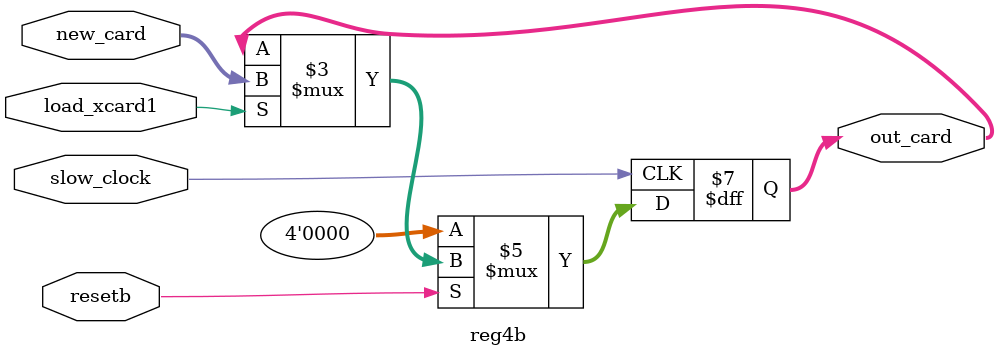
<source format=sv>
module datapath(input logic slow_clock, input logic fast_clock, input logic resetb,
                input logic load_pcard1, input logic load_pcard2, input logic load_pcard3,
                input logic load_dcard1, input logic load_dcard2, input logic load_dcard3,
                output logic [3:0] pcard3_out,
                output logic [3:0] pscore_out, output logic [3:0] dscore_out,
                output logic [6:0] HEX5, output logic [6:0] HEX4, output logic [6:0] HEX3,
                output logic [6:0] HEX2, output logic [6:0] HEX1, output logic [6:0] HEX0);



  wire [3:0] new_card, PCard1, PCard2, DCard1, DCard2, DCard3; //wires necessary to connect different modules in dp, PCard3 is a predefined output

  dealcard d1 (.clock(fast_clock),.resetb(resetb),.new_card(new_card));
  
  
  reg4b PCar1 (.new_card(new_card), .slow_clock(slow_clock), .resetb(resetb), .load_xcard1(load_pcard1), .out_card(PCard1));
  reg4b PCar2 (.new_card(new_card), .slow_clock(slow_clock), .resetb(resetb), .load_xcard1(load_pcard2), .out_card(PCard2));
  reg4b PCar3 (.new_card(new_card), .slow_clock(slow_clock), .resetb(resetb), .load_xcard1(load_pcard3), .out_card(pcard3_out));

  reg4b DCar1 (.new_card(new_card), .slow_clock(slow_clock), .resetb(resetb), .load_xcard1(load_dcard1), .out_card(DCard1));
  reg4b DCar2 (.new_card(new_card), .slow_clock(slow_clock), .resetb(resetb), .load_xcard1(load_dcard2), .out_card(DCard2));
  reg4b DCar3 (.new_card(new_card), .slow_clock(slow_clock), .resetb(resetb), .load_xcard1(load_dcard3), .out_card(DCard3));

  card7seg playerc1 (.SW(PCard1),.HEX0(HEX0));
  card7seg playerc2 (.SW(PCard2),.HEX0(HEX1));
  card7seg playerc3 (.SW(pcard3_out),.HEX0(HEX2));

  card7seg dealerc1 (.SW(DCard1),.HEX0(HEX3));
  card7seg dealerc2 (.SW(DCard2),.HEX0(HEX4));
  card7seg dealerc3 (.SW(DCard3),.HEX0(HEX5));

  scorehand player (.card1(PCard1), .card2(PCard2), .card3(pcard3_out), .total(pscore_out));
  scorehand dealer (.card1(DCard1), .card2(DCard2), .card3(DCard3), .total(dscore_out));

  

// The code describing your datapath will go here.  Your datapath 
// will hierarchically instantiate six card7seg blocks, two scorehand
// blocks, and a dealcard block.  The registers may either be instatiated
// or included as sequential always blocks directly in this file.
//
// Follow the block diagram in the Lab 1 handout closely as you write this code.

endmodule

/*module reg4b (input logic [3:0] new_card, input logic slow_clock, input logic resetb, input logic load_xcard1, output logic [3:0] out_card); 

  always @(negedge slow_clock) begin
    if(resetb == 0)
      out_card <= 0;
    else if (load_xcard1 == 1)
      out_card <= new_card;
    else if (load_xcard1 == 0)
      out_card <= out_card;
    else 
      out_card <= 4'bxxxx;
  end

endmodule*/

module reg4b (input logic [3:0] new_card, input logic slow_clock, input logic resetb, input logic load_xcard1, output logic [3:0] out_card); 

  always @(negedge slow_clock) begin
    if(resetb == 0)
      out_card <= 0;
    else
      out_card <= load_xcard1 ? new_card:out_card;
  end

endmodule




</source>
